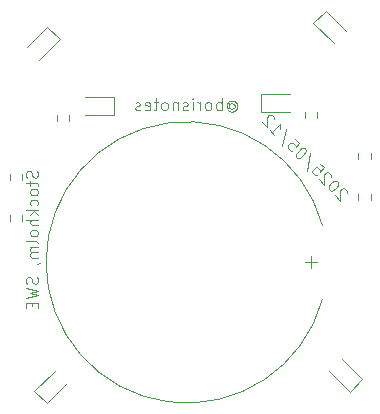
<source format=gbr>
%TF.GenerationSoftware,KiCad,Pcbnew,9.0.1*%
%TF.CreationDate,2025-05-12T23:40:56+02:00*%
%TF.ProjectId,knit_yarn,6b6e6974-5f79-4617-926e-2e6b69636164,rev?*%
%TF.SameCoordinates,Original*%
%TF.FileFunction,Legend,Bot*%
%TF.FilePolarity,Positive*%
%FSLAX46Y46*%
G04 Gerber Fmt 4.6, Leading zero omitted, Abs format (unit mm)*
G04 Created by KiCad (PCBNEW 9.0.1) date 2025-05-12 23:40:56*
%MOMM*%
%LPD*%
G01*
G04 APERTURE LIST*
%ADD10C,0.100000*%
%ADD11C,0.120000*%
G04 APERTURE END LIST*
D10*
X86824800Y-86006265D02*
X86872419Y-86149122D01*
X86872419Y-86149122D02*
X86872419Y-86387217D01*
X86872419Y-86387217D02*
X86824800Y-86482455D01*
X86824800Y-86482455D02*
X86777180Y-86530074D01*
X86777180Y-86530074D02*
X86681942Y-86577693D01*
X86681942Y-86577693D02*
X86586704Y-86577693D01*
X86586704Y-86577693D02*
X86491466Y-86530074D01*
X86491466Y-86530074D02*
X86443847Y-86482455D01*
X86443847Y-86482455D02*
X86396228Y-86387217D01*
X86396228Y-86387217D02*
X86348609Y-86196741D01*
X86348609Y-86196741D02*
X86300990Y-86101503D01*
X86300990Y-86101503D02*
X86253371Y-86053884D01*
X86253371Y-86053884D02*
X86158133Y-86006265D01*
X86158133Y-86006265D02*
X86062895Y-86006265D01*
X86062895Y-86006265D02*
X85967657Y-86053884D01*
X85967657Y-86053884D02*
X85920038Y-86101503D01*
X85920038Y-86101503D02*
X85872419Y-86196741D01*
X85872419Y-86196741D02*
X85872419Y-86434836D01*
X85872419Y-86434836D02*
X85920038Y-86577693D01*
X86205752Y-86863408D02*
X86205752Y-87244360D01*
X85872419Y-87006265D02*
X86729561Y-87006265D01*
X86729561Y-87006265D02*
X86824800Y-87053884D01*
X86824800Y-87053884D02*
X86872419Y-87149122D01*
X86872419Y-87149122D02*
X86872419Y-87244360D01*
X86872419Y-87720551D02*
X86824800Y-87625313D01*
X86824800Y-87625313D02*
X86777180Y-87577694D01*
X86777180Y-87577694D02*
X86681942Y-87530075D01*
X86681942Y-87530075D02*
X86396228Y-87530075D01*
X86396228Y-87530075D02*
X86300990Y-87577694D01*
X86300990Y-87577694D02*
X86253371Y-87625313D01*
X86253371Y-87625313D02*
X86205752Y-87720551D01*
X86205752Y-87720551D02*
X86205752Y-87863408D01*
X86205752Y-87863408D02*
X86253371Y-87958646D01*
X86253371Y-87958646D02*
X86300990Y-88006265D01*
X86300990Y-88006265D02*
X86396228Y-88053884D01*
X86396228Y-88053884D02*
X86681942Y-88053884D01*
X86681942Y-88053884D02*
X86777180Y-88006265D01*
X86777180Y-88006265D02*
X86824800Y-87958646D01*
X86824800Y-87958646D02*
X86872419Y-87863408D01*
X86872419Y-87863408D02*
X86872419Y-87720551D01*
X86824800Y-88911027D02*
X86872419Y-88815789D01*
X86872419Y-88815789D02*
X86872419Y-88625313D01*
X86872419Y-88625313D02*
X86824800Y-88530075D01*
X86824800Y-88530075D02*
X86777180Y-88482456D01*
X86777180Y-88482456D02*
X86681942Y-88434837D01*
X86681942Y-88434837D02*
X86396228Y-88434837D01*
X86396228Y-88434837D02*
X86300990Y-88482456D01*
X86300990Y-88482456D02*
X86253371Y-88530075D01*
X86253371Y-88530075D02*
X86205752Y-88625313D01*
X86205752Y-88625313D02*
X86205752Y-88815789D01*
X86205752Y-88815789D02*
X86253371Y-88911027D01*
X86872419Y-89339599D02*
X85872419Y-89339599D01*
X86491466Y-89434837D02*
X86872419Y-89720551D01*
X86205752Y-89720551D02*
X86586704Y-89339599D01*
X86872419Y-90149123D02*
X85872419Y-90149123D01*
X86872419Y-90577694D02*
X86348609Y-90577694D01*
X86348609Y-90577694D02*
X86253371Y-90530075D01*
X86253371Y-90530075D02*
X86205752Y-90434837D01*
X86205752Y-90434837D02*
X86205752Y-90291980D01*
X86205752Y-90291980D02*
X86253371Y-90196742D01*
X86253371Y-90196742D02*
X86300990Y-90149123D01*
X86872419Y-91196742D02*
X86824800Y-91101504D01*
X86824800Y-91101504D02*
X86777180Y-91053885D01*
X86777180Y-91053885D02*
X86681942Y-91006266D01*
X86681942Y-91006266D02*
X86396228Y-91006266D01*
X86396228Y-91006266D02*
X86300990Y-91053885D01*
X86300990Y-91053885D02*
X86253371Y-91101504D01*
X86253371Y-91101504D02*
X86205752Y-91196742D01*
X86205752Y-91196742D02*
X86205752Y-91339599D01*
X86205752Y-91339599D02*
X86253371Y-91434837D01*
X86253371Y-91434837D02*
X86300990Y-91482456D01*
X86300990Y-91482456D02*
X86396228Y-91530075D01*
X86396228Y-91530075D02*
X86681942Y-91530075D01*
X86681942Y-91530075D02*
X86777180Y-91482456D01*
X86777180Y-91482456D02*
X86824800Y-91434837D01*
X86824800Y-91434837D02*
X86872419Y-91339599D01*
X86872419Y-91339599D02*
X86872419Y-91196742D01*
X86872419Y-92101504D02*
X86824800Y-92006266D01*
X86824800Y-92006266D02*
X86729561Y-91958647D01*
X86729561Y-91958647D02*
X85872419Y-91958647D01*
X86872419Y-92482457D02*
X86205752Y-92482457D01*
X86300990Y-92482457D02*
X86253371Y-92530076D01*
X86253371Y-92530076D02*
X86205752Y-92625314D01*
X86205752Y-92625314D02*
X86205752Y-92768171D01*
X86205752Y-92768171D02*
X86253371Y-92863409D01*
X86253371Y-92863409D02*
X86348609Y-92911028D01*
X86348609Y-92911028D02*
X86872419Y-92911028D01*
X86348609Y-92911028D02*
X86253371Y-92958647D01*
X86253371Y-92958647D02*
X86205752Y-93053885D01*
X86205752Y-93053885D02*
X86205752Y-93196742D01*
X86205752Y-93196742D02*
X86253371Y-93291981D01*
X86253371Y-93291981D02*
X86348609Y-93339600D01*
X86348609Y-93339600D02*
X86872419Y-93339600D01*
X86824800Y-93863409D02*
X86872419Y-93863409D01*
X86872419Y-93863409D02*
X86967657Y-93815790D01*
X86967657Y-93815790D02*
X87015276Y-93768171D01*
X86824800Y-95006266D02*
X86872419Y-95149123D01*
X86872419Y-95149123D02*
X86872419Y-95387218D01*
X86872419Y-95387218D02*
X86824800Y-95482456D01*
X86824800Y-95482456D02*
X86777180Y-95530075D01*
X86777180Y-95530075D02*
X86681942Y-95577694D01*
X86681942Y-95577694D02*
X86586704Y-95577694D01*
X86586704Y-95577694D02*
X86491466Y-95530075D01*
X86491466Y-95530075D02*
X86443847Y-95482456D01*
X86443847Y-95482456D02*
X86396228Y-95387218D01*
X86396228Y-95387218D02*
X86348609Y-95196742D01*
X86348609Y-95196742D02*
X86300990Y-95101504D01*
X86300990Y-95101504D02*
X86253371Y-95053885D01*
X86253371Y-95053885D02*
X86158133Y-95006266D01*
X86158133Y-95006266D02*
X86062895Y-95006266D01*
X86062895Y-95006266D02*
X85967657Y-95053885D01*
X85967657Y-95053885D02*
X85920038Y-95101504D01*
X85920038Y-95101504D02*
X85872419Y-95196742D01*
X85872419Y-95196742D02*
X85872419Y-95434837D01*
X85872419Y-95434837D02*
X85920038Y-95577694D01*
X85872419Y-95911028D02*
X86872419Y-96149123D01*
X86872419Y-96149123D02*
X86158133Y-96339599D01*
X86158133Y-96339599D02*
X86872419Y-96530075D01*
X86872419Y-96530075D02*
X85872419Y-96768171D01*
X86348609Y-97149123D02*
X86348609Y-97482456D01*
X86872419Y-97625313D02*
X86872419Y-97149123D01*
X86872419Y-97149123D02*
X85872419Y-97149123D01*
X85872419Y-97149123D02*
X85872419Y-97625313D01*
X113048769Y-87838816D02*
X113048769Y-87771473D01*
X113048769Y-87771473D02*
X113015098Y-87670457D01*
X113015098Y-87670457D02*
X112846739Y-87502098D01*
X112846739Y-87502098D02*
X112745724Y-87468427D01*
X112745724Y-87468427D02*
X112678380Y-87468427D01*
X112678380Y-87468427D02*
X112577365Y-87502098D01*
X112577365Y-87502098D02*
X112510021Y-87569442D01*
X112510021Y-87569442D02*
X112442678Y-87704129D01*
X112442678Y-87704129D02*
X112442678Y-88512251D01*
X112442678Y-88512251D02*
X112004945Y-88074518D01*
X112274319Y-86929679D02*
X112206975Y-86862335D01*
X112206975Y-86862335D02*
X112105960Y-86828663D01*
X112105960Y-86828663D02*
X112038617Y-86828663D01*
X112038617Y-86828663D02*
X111937601Y-86862335D01*
X111937601Y-86862335D02*
X111769243Y-86963350D01*
X111769243Y-86963350D02*
X111600884Y-87131709D01*
X111600884Y-87131709D02*
X111499869Y-87300068D01*
X111499869Y-87300068D02*
X111466197Y-87401083D01*
X111466197Y-87401083D02*
X111466197Y-87468427D01*
X111466197Y-87468427D02*
X111499869Y-87569442D01*
X111499869Y-87569442D02*
X111567212Y-87636785D01*
X111567212Y-87636785D02*
X111668227Y-87670457D01*
X111668227Y-87670457D02*
X111735571Y-87670457D01*
X111735571Y-87670457D02*
X111836586Y-87636785D01*
X111836586Y-87636785D02*
X112004945Y-87535770D01*
X112004945Y-87535770D02*
X112173304Y-87367411D01*
X112173304Y-87367411D02*
X112274319Y-87199053D01*
X112274319Y-87199053D02*
X112307991Y-87098037D01*
X112307991Y-87098037D02*
X112307991Y-87030694D01*
X112307991Y-87030694D02*
X112274319Y-86929679D01*
X111701899Y-86491946D02*
X111701899Y-86424602D01*
X111701899Y-86424602D02*
X111668227Y-86323587D01*
X111668227Y-86323587D02*
X111499869Y-86155228D01*
X111499869Y-86155228D02*
X111398853Y-86121557D01*
X111398853Y-86121557D02*
X111331510Y-86121557D01*
X111331510Y-86121557D02*
X111230495Y-86155228D01*
X111230495Y-86155228D02*
X111163151Y-86222572D01*
X111163151Y-86222572D02*
X111095808Y-86357259D01*
X111095808Y-86357259D02*
X111095808Y-87165381D01*
X111095808Y-87165381D02*
X110658075Y-86727648D01*
X110725418Y-85380778D02*
X111062136Y-85717496D01*
X111062136Y-85717496D02*
X110759090Y-86087885D01*
X110759090Y-86087885D02*
X110759090Y-86020541D01*
X110759090Y-86020541D02*
X110725418Y-85919526D01*
X110725418Y-85919526D02*
X110557060Y-85751167D01*
X110557060Y-85751167D02*
X110456044Y-85717496D01*
X110456044Y-85717496D02*
X110388701Y-85717496D01*
X110388701Y-85717496D02*
X110287686Y-85751167D01*
X110287686Y-85751167D02*
X110119327Y-85919526D01*
X110119327Y-85919526D02*
X110085655Y-86020541D01*
X110085655Y-86020541D02*
X110085655Y-86087885D01*
X110085655Y-86087885D02*
X110119327Y-86188900D01*
X110119327Y-86188900D02*
X110287686Y-86357259D01*
X110287686Y-86357259D02*
X110388701Y-86390931D01*
X110388701Y-86390931D02*
X110456044Y-86390931D01*
X109917296Y-84505312D02*
X109614250Y-86020541D01*
X109513235Y-84168595D02*
X109445892Y-84101251D01*
X109445892Y-84101251D02*
X109344877Y-84067580D01*
X109344877Y-84067580D02*
X109277533Y-84067580D01*
X109277533Y-84067580D02*
X109176518Y-84101251D01*
X109176518Y-84101251D02*
X109008159Y-84202267D01*
X109008159Y-84202267D02*
X108839800Y-84370626D01*
X108839800Y-84370626D02*
X108738785Y-84538984D01*
X108738785Y-84538984D02*
X108705113Y-84640000D01*
X108705113Y-84640000D02*
X108705113Y-84707343D01*
X108705113Y-84707343D02*
X108738785Y-84808358D01*
X108738785Y-84808358D02*
X108806128Y-84875702D01*
X108806128Y-84875702D02*
X108907144Y-84909374D01*
X108907144Y-84909374D02*
X108974487Y-84909374D01*
X108974487Y-84909374D02*
X109075503Y-84875702D01*
X109075503Y-84875702D02*
X109243861Y-84774687D01*
X109243861Y-84774687D02*
X109412220Y-84606328D01*
X109412220Y-84606328D02*
X109513235Y-84437969D01*
X109513235Y-84437969D02*
X109546907Y-84336954D01*
X109546907Y-84336954D02*
X109546907Y-84269610D01*
X109546907Y-84269610D02*
X109513235Y-84168595D01*
X108637770Y-83293129D02*
X108974487Y-83629847D01*
X108974487Y-83629847D02*
X108671441Y-84000236D01*
X108671441Y-84000236D02*
X108671441Y-83932893D01*
X108671441Y-83932893D02*
X108637770Y-83831877D01*
X108637770Y-83831877D02*
X108469411Y-83663519D01*
X108469411Y-83663519D02*
X108368396Y-83629847D01*
X108368396Y-83629847D02*
X108301052Y-83629847D01*
X108301052Y-83629847D02*
X108200037Y-83663519D01*
X108200037Y-83663519D02*
X108031678Y-83831877D01*
X108031678Y-83831877D02*
X107998006Y-83932893D01*
X107998006Y-83932893D02*
X107998006Y-84000236D01*
X107998006Y-84000236D02*
X108031678Y-84101251D01*
X108031678Y-84101251D02*
X108200037Y-84269610D01*
X108200037Y-84269610D02*
X108301052Y-84303282D01*
X108301052Y-84303282D02*
X108368396Y-84303282D01*
X107829648Y-82417664D02*
X107526602Y-83932893D01*
X106482778Y-82552351D02*
X106886839Y-82956412D01*
X106684808Y-82754381D02*
X107391915Y-82047275D01*
X107391915Y-82047275D02*
X107358243Y-82215633D01*
X107358243Y-82215633D02*
X107358243Y-82350320D01*
X107358243Y-82350320D02*
X107391915Y-82451336D01*
X106853167Y-81643214D02*
X106853167Y-81575870D01*
X106853167Y-81575870D02*
X106819495Y-81474855D01*
X106819495Y-81474855D02*
X106651136Y-81306496D01*
X106651136Y-81306496D02*
X106550121Y-81272824D01*
X106550121Y-81272824D02*
X106482778Y-81272824D01*
X106482778Y-81272824D02*
X106381762Y-81306496D01*
X106381762Y-81306496D02*
X106314419Y-81373840D01*
X106314419Y-81373840D02*
X106247075Y-81508527D01*
X106247075Y-81508527D02*
X106247075Y-82316649D01*
X106247075Y-82316649D02*
X105809343Y-81878916D01*
X103077068Y-80381228D02*
X103124687Y-80333609D01*
X103124687Y-80333609D02*
X103219925Y-80285990D01*
X103219925Y-80285990D02*
X103315163Y-80285990D01*
X103315163Y-80285990D02*
X103410401Y-80333609D01*
X103410401Y-80333609D02*
X103458020Y-80381228D01*
X103458020Y-80381228D02*
X103505639Y-80476466D01*
X103505639Y-80476466D02*
X103505639Y-80571704D01*
X103505639Y-80571704D02*
X103458020Y-80666942D01*
X103458020Y-80666942D02*
X103410401Y-80714561D01*
X103410401Y-80714561D02*
X103315163Y-80762180D01*
X103315163Y-80762180D02*
X103219925Y-80762180D01*
X103219925Y-80762180D02*
X103124687Y-80714561D01*
X103124687Y-80714561D02*
X103077068Y-80666942D01*
X103077068Y-80285990D02*
X103077068Y-80666942D01*
X103077068Y-80666942D02*
X103029449Y-80714561D01*
X103029449Y-80714561D02*
X102981830Y-80714561D01*
X102981830Y-80714561D02*
X102886591Y-80666942D01*
X102886591Y-80666942D02*
X102838972Y-80571704D01*
X102838972Y-80571704D02*
X102838972Y-80333609D01*
X102838972Y-80333609D02*
X102934211Y-80190752D01*
X102934211Y-80190752D02*
X103077068Y-80095514D01*
X103077068Y-80095514D02*
X103267544Y-80047895D01*
X103267544Y-80047895D02*
X103458020Y-80095514D01*
X103458020Y-80095514D02*
X103600877Y-80190752D01*
X103600877Y-80190752D02*
X103696115Y-80333609D01*
X103696115Y-80333609D02*
X103743734Y-80524085D01*
X103743734Y-80524085D02*
X103696115Y-80714561D01*
X103696115Y-80714561D02*
X103600877Y-80857419D01*
X103600877Y-80857419D02*
X103458020Y-80952657D01*
X103458020Y-80952657D02*
X103267544Y-81000276D01*
X103267544Y-81000276D02*
X103077068Y-80952657D01*
X103077068Y-80952657D02*
X102934211Y-80857419D01*
X102410401Y-80857419D02*
X102410401Y-79857419D01*
X102410401Y-80238371D02*
X102315163Y-80190752D01*
X102315163Y-80190752D02*
X102124687Y-80190752D01*
X102124687Y-80190752D02*
X102029449Y-80238371D01*
X102029449Y-80238371D02*
X101981830Y-80285990D01*
X101981830Y-80285990D02*
X101934211Y-80381228D01*
X101934211Y-80381228D02*
X101934211Y-80666942D01*
X101934211Y-80666942D02*
X101981830Y-80762180D01*
X101981830Y-80762180D02*
X102029449Y-80809800D01*
X102029449Y-80809800D02*
X102124687Y-80857419D01*
X102124687Y-80857419D02*
X102315163Y-80857419D01*
X102315163Y-80857419D02*
X102410401Y-80809800D01*
X101362782Y-80857419D02*
X101458020Y-80809800D01*
X101458020Y-80809800D02*
X101505639Y-80762180D01*
X101505639Y-80762180D02*
X101553258Y-80666942D01*
X101553258Y-80666942D02*
X101553258Y-80381228D01*
X101553258Y-80381228D02*
X101505639Y-80285990D01*
X101505639Y-80285990D02*
X101458020Y-80238371D01*
X101458020Y-80238371D02*
X101362782Y-80190752D01*
X101362782Y-80190752D02*
X101219925Y-80190752D01*
X101219925Y-80190752D02*
X101124687Y-80238371D01*
X101124687Y-80238371D02*
X101077068Y-80285990D01*
X101077068Y-80285990D02*
X101029449Y-80381228D01*
X101029449Y-80381228D02*
X101029449Y-80666942D01*
X101029449Y-80666942D02*
X101077068Y-80762180D01*
X101077068Y-80762180D02*
X101124687Y-80809800D01*
X101124687Y-80809800D02*
X101219925Y-80857419D01*
X101219925Y-80857419D02*
X101362782Y-80857419D01*
X100600877Y-80857419D02*
X100600877Y-80190752D01*
X100600877Y-80381228D02*
X100553258Y-80285990D01*
X100553258Y-80285990D02*
X100505639Y-80238371D01*
X100505639Y-80238371D02*
X100410401Y-80190752D01*
X100410401Y-80190752D02*
X100315163Y-80190752D01*
X99981829Y-80857419D02*
X99981829Y-80190752D01*
X99981829Y-79857419D02*
X100029448Y-79905038D01*
X100029448Y-79905038D02*
X99981829Y-79952657D01*
X99981829Y-79952657D02*
X99934210Y-79905038D01*
X99934210Y-79905038D02*
X99981829Y-79857419D01*
X99981829Y-79857419D02*
X99981829Y-79952657D01*
X99553258Y-80809800D02*
X99458020Y-80857419D01*
X99458020Y-80857419D02*
X99267544Y-80857419D01*
X99267544Y-80857419D02*
X99172306Y-80809800D01*
X99172306Y-80809800D02*
X99124687Y-80714561D01*
X99124687Y-80714561D02*
X99124687Y-80666942D01*
X99124687Y-80666942D02*
X99172306Y-80571704D01*
X99172306Y-80571704D02*
X99267544Y-80524085D01*
X99267544Y-80524085D02*
X99410401Y-80524085D01*
X99410401Y-80524085D02*
X99505639Y-80476466D01*
X99505639Y-80476466D02*
X99553258Y-80381228D01*
X99553258Y-80381228D02*
X99553258Y-80333609D01*
X99553258Y-80333609D02*
X99505639Y-80238371D01*
X99505639Y-80238371D02*
X99410401Y-80190752D01*
X99410401Y-80190752D02*
X99267544Y-80190752D01*
X99267544Y-80190752D02*
X99172306Y-80238371D01*
X98696115Y-80190752D02*
X98696115Y-80857419D01*
X98696115Y-80285990D02*
X98648496Y-80238371D01*
X98648496Y-80238371D02*
X98553258Y-80190752D01*
X98553258Y-80190752D02*
X98410401Y-80190752D01*
X98410401Y-80190752D02*
X98315163Y-80238371D01*
X98315163Y-80238371D02*
X98267544Y-80333609D01*
X98267544Y-80333609D02*
X98267544Y-80857419D01*
X97648496Y-80857419D02*
X97743734Y-80809800D01*
X97743734Y-80809800D02*
X97791353Y-80762180D01*
X97791353Y-80762180D02*
X97838972Y-80666942D01*
X97838972Y-80666942D02*
X97838972Y-80381228D01*
X97838972Y-80381228D02*
X97791353Y-80285990D01*
X97791353Y-80285990D02*
X97743734Y-80238371D01*
X97743734Y-80238371D02*
X97648496Y-80190752D01*
X97648496Y-80190752D02*
X97505639Y-80190752D01*
X97505639Y-80190752D02*
X97410401Y-80238371D01*
X97410401Y-80238371D02*
X97362782Y-80285990D01*
X97362782Y-80285990D02*
X97315163Y-80381228D01*
X97315163Y-80381228D02*
X97315163Y-80666942D01*
X97315163Y-80666942D02*
X97362782Y-80762180D01*
X97362782Y-80762180D02*
X97410401Y-80809800D01*
X97410401Y-80809800D02*
X97505639Y-80857419D01*
X97505639Y-80857419D02*
X97648496Y-80857419D01*
X97029448Y-80190752D02*
X96648496Y-80190752D01*
X96886591Y-79857419D02*
X96886591Y-80714561D01*
X96886591Y-80714561D02*
X96838972Y-80809800D01*
X96838972Y-80809800D02*
X96743734Y-80857419D01*
X96743734Y-80857419D02*
X96648496Y-80857419D01*
X95934210Y-80809800D02*
X96029448Y-80857419D01*
X96029448Y-80857419D02*
X96219924Y-80857419D01*
X96219924Y-80857419D02*
X96315162Y-80809800D01*
X96315162Y-80809800D02*
X96362781Y-80714561D01*
X96362781Y-80714561D02*
X96362781Y-80333609D01*
X96362781Y-80333609D02*
X96315162Y-80238371D01*
X96315162Y-80238371D02*
X96219924Y-80190752D01*
X96219924Y-80190752D02*
X96029448Y-80190752D01*
X96029448Y-80190752D02*
X95934210Y-80238371D01*
X95934210Y-80238371D02*
X95886591Y-80333609D01*
X95886591Y-80333609D02*
X95886591Y-80428847D01*
X95886591Y-80428847D02*
X96362781Y-80524085D01*
X95505638Y-80809800D02*
X95410400Y-80857419D01*
X95410400Y-80857419D02*
X95219924Y-80857419D01*
X95219924Y-80857419D02*
X95124686Y-80809800D01*
X95124686Y-80809800D02*
X95077067Y-80714561D01*
X95077067Y-80714561D02*
X95077067Y-80666942D01*
X95077067Y-80666942D02*
X95124686Y-80571704D01*
X95124686Y-80571704D02*
X95219924Y-80524085D01*
X95219924Y-80524085D02*
X95362781Y-80524085D01*
X95362781Y-80524085D02*
X95458019Y-80476466D01*
X95458019Y-80476466D02*
X95505638Y-80381228D01*
X95505638Y-80381228D02*
X95505638Y-80333609D01*
X95505638Y-80333609D02*
X95458019Y-80238371D01*
X95458019Y-80238371D02*
X95362781Y-80190752D01*
X95362781Y-80190752D02*
X95219924Y-80190752D01*
X95219924Y-80190752D02*
X95124686Y-80238371D01*
D11*
%TO.C,R6*%
X89522500Y-81754724D02*
X89522500Y-81245276D01*
X88477500Y-81754724D02*
X88477500Y-81245276D01*
%TO.C,R5*%
X110522500Y-81504724D02*
X110522500Y-80995276D01*
X109477500Y-81504724D02*
X109477500Y-80995276D01*
%TO.C,D6*%
X93285000Y-79765000D02*
X93285000Y-81235000D01*
X93285000Y-81235000D02*
X90825000Y-81235000D01*
X90825000Y-79765000D02*
X93285000Y-79765000D01*
%TO.C,D5*%
X105715000Y-80985000D02*
X105715000Y-79515000D01*
X105715000Y-79515000D02*
X108175000Y-79515000D01*
X108175000Y-80985000D02*
X105715000Y-80985000D01*
%TO.C,D4*%
X85914591Y-75545962D02*
X87654074Y-73806479D01*
X88693521Y-74845926D02*
X86954038Y-76585409D01*
X87654074Y-73806479D02*
X88693521Y-74845926D01*
%TO.C,BT1*%
X110957454Y-96850000D02*
G75*
G02*
X110957454Y-90650000I-11499999J3100000D01*
G01*
X109957455Y-93250000D02*
X109957455Y-94250000D01*
X110457455Y-93750000D02*
X109457455Y-93750000D01*
%TO.C,R4*%
X85522500Y-86754724D02*
X85522500Y-86245276D01*
X84477500Y-86754724D02*
X84477500Y-86245276D01*
%TO.C,R3*%
X115022500Y-85004724D02*
X115022500Y-84495276D01*
X113977500Y-85004724D02*
X113977500Y-84495276D01*
%TO.C,R2*%
X84477500Y-89745276D02*
X84477500Y-90254724D01*
X85522500Y-89745276D02*
X85522500Y-90254724D01*
%TO.C,R1*%
X113977500Y-87995277D02*
X113977500Y-88504724D01*
X115022500Y-87995276D02*
X115022500Y-88504723D01*
%TO.C,D3*%
X110187761Y-73477208D02*
X111227208Y-72437761D01*
X111227208Y-72437761D02*
X112966691Y-74177244D01*
X111927244Y-75216691D02*
X110187761Y-73477208D01*
%TO.C,D2*%
X87595926Y-105693521D02*
X86556479Y-104654074D01*
X86556479Y-104654074D02*
X88295962Y-102914591D01*
X89335409Y-103954038D02*
X87595926Y-105693521D01*
%TO.C,D1*%
X114318521Y-103654074D02*
X113279074Y-104693521D01*
X113279074Y-104693521D02*
X111539591Y-102954038D01*
X112579038Y-101914591D02*
X114318521Y-103654074D01*
%TD*%
M02*

</source>
